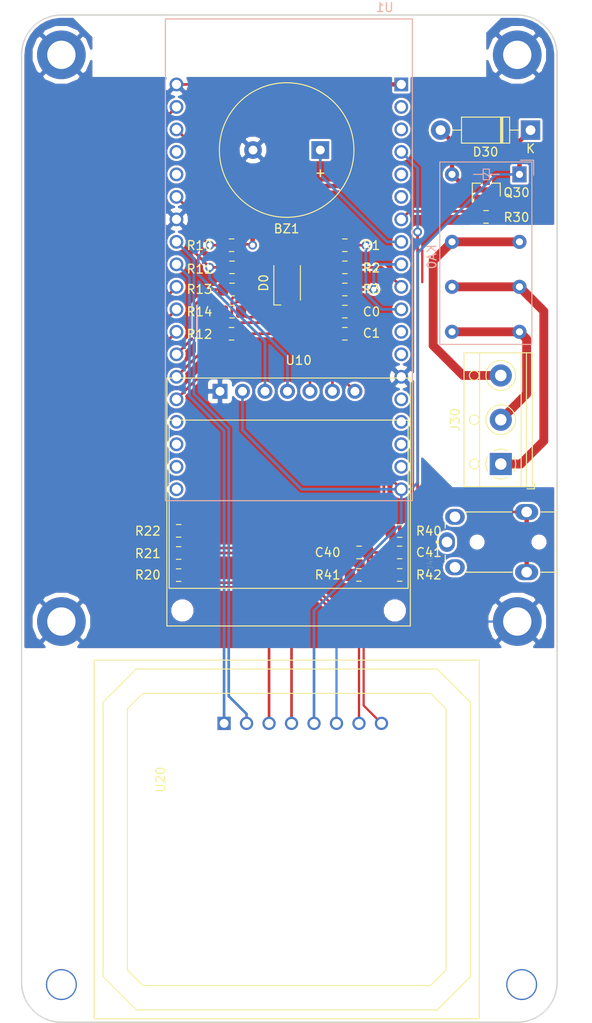
<source format=kicad_pcb>
(kicad_pcb (version 20171130) (host pcbnew 5.0.2-bee76a0~70~ubuntu18.04.1)
  (layers (0 F.Cu signal) (31 B.Cu signal) (34 B.Paste user) (35 F.Paste user) (36 B.SilkS user) (37 F.SilkS user) (38 B.Mask user) (39 F.Mask user) (44 Edge.Cuts user))
  (net 0 "")
  (net 1 /Buzzer)
  (net 2 GND)
  (net 3 +3V3)
  (net 4 +5V)
  (net 5 "Net-(C40-Pad2)")
  (net 6 "Net-(D0-Pad1)")
  (net 7 "Net-(D0-Pad2)")
  (net 8 "Net-(D0-Pad3)")
  (net 9 "Net-(D30-Pad2)")
  (net 10 /KA0_NC)
  (net 11 /KA0_NO)
  (net 12 /KA0_C)
  (net 13 /I_AC)
  (net 14 /RELAY)
  (net 15 /LED_R)
  (net 16 /LED_G)
  (net 17 /LED_B)
  (net 18 /SSD1306_SCL)
  (net 19 /SSD1306_SDA)
  (net 20 "Net-(R12-Pad2)")
  (net 21 /SSD1306_RES)
  (net 22 /SSD1306_DC)
  (net 23 "Net-(R13-Pad2)")
  (net 24 "Net-(R14-Pad2)")
  (net 25 /SSD1306_CS)
  (net 26 /PN532_SS)
  (net 27 "Net-(R20-Pad2)")
  (net 28 "Net-(R21-Pad2)")
  (net 29 /PN532_IRQ)
  (net 30 /PN532_RST0)
  (net 31 "Net-(R22-Pad2)")
  (net 32 /PN532_MOSI)
  (net 33 /PN532_MISO)
  (net 34 /PN532_SCK)
  (module Resistor_SMD:R_0805_2012Metric_Pad1.15x1.40mm_HandSolder (layer F.Cu) (at 92.719 118.237)
    (fp_text reference R42 (at 3.293 0) (layer F.SilkS))
    (fp_text value 10K)
    (pad 2 smd roundrect (at 1.025 0) (size 1.15 1.4) (layers F.Cu F.Paste F.Mask) (roundrect_rratio 0.217391) (net 2 GND))
    (pad 1 smd roundrect (at -1.025 0) (size 1.15 1.4) (layers F.Cu F.Paste F.Mask) (roundrect_rratio 0.217391) (net 5 "Net-(C40-Pad2)"))
  )
  (module Buzzer_Beeper:Buzzer_15x7.5RM7.6 (layer F.Cu) (at 83.75 70.25 180)
    (fp_text reference BZ1 (at 3.81 -8.89 180) (layer F.SilkS))
    (fp_text value Buzzer)
    (fp_text user + (at -0.01 -2.54 180) (layer F.SilkS))
    (pad 1 thru_hole rect (at 0 0 180) (size 2 2) (drill 1) (layers *.Cu *.Mask) (net 1 /Buzzer))
    (pad 2 thru_hole circle (at 7.6 0 180) (size 2 2) (drill 1) (layers *.Cu *.Mask) (net 2 GND))
  )
  (module is:CLIFF_FC68125 (layer F.Cu) (at 101.461 114.525 90)
    (fp_text reference J40 (at -2.270558 -5.312389 90) (layer F.SilkS) (effects (font (size 0.640722 0.640722) (thickness 0.015))))
    (fp_text value FC68125)
    (pad 3.1 thru_hole oval (at -3.4 5.6 90) (size 1.8 2.616) (drill 1.2) (layers *.Cu *.Mask) (net 13 /I_AC))
    (pad "" np_thru_hole circle (at 0 0 90) (size 1.2 1.2) (drill 1.2) (layers *.Cu *.Mask))
    (pad "" np_thru_hole circle (at 0 7 90) (size 1.2 1.2) (drill 1.2) (layers *.Cu *.Mask))
    (pad 3.2 thru_hole oval (at 3.4 5.6 90) (size 1.8 2.616) (drill 1.2) (layers *.Cu *.Mask) (net 13 /I_AC))
    (pad 2 thru_hole oval (at -2.85 -2.5 90) (size 1.8 2.216) (drill 1.2) (layers *.Cu *.Mask))
    (pad 1 thru_hole oval (at 0 -3.4 90) (size 2.216 1.8) (drill 1.2) (layers *.Cu *.Mask) (net 5 "Net-(C40-Pad2)"))
    (pad 6 thru_hole oval (at 2.85 -2.5 90) (size 1.8 2.216) (drill 1.2) (layers *.Cu *.Mask))
  )
  (module Capacitor_SMD:C_0805_2012Metric_Pad1.15x1.40mm_HandSolder (layer F.Cu) (at 86.525 88.5)
    (fp_text reference C0 (at 3.01 0.019) (layer F.SilkS))
    (fp_text value 22uF)
    (pad 1 smd roundrect (at -1.025 0) (size 1.15 1.4) (layers F.Cu F.Paste F.Mask) (roundrect_rratio 0.217391) (net 3 +3V3))
    (pad 2 smd roundrect (at 1.025 0) (size 1.15 1.4) (layers F.Cu F.Paste F.Mask) (roundrect_rratio 0.217391) (net 2 GND))
  )
  (module Capacitor_SMD:C_0805_2012Metric_Pad1.15x1.40mm_HandSolder (layer F.Cu) (at 86.525 91)
    (fp_text reference C1 (at 3.01 -0.068) (layer F.SilkS))
    (fp_text value 22uF)
    (pad 2 smd roundrect (at 1.025 0) (size 1.15 1.4) (layers F.Cu F.Paste F.Mask) (roundrect_rratio 0.217391) (net 2 GND))
    (pad 1 smd roundrect (at -1.025 0) (size 1.15 1.4) (layers F.Cu F.Paste F.Mask) (roundrect_rratio 0.217391) (net 4 +5V))
  )
  (module Capacitor_SMD:C_0805_2012Metric_Pad1.15x1.40mm_HandSolder (layer F.Cu) (at 88.129 115.697)
    (fp_text reference C40 (at -3.547 0) (layer F.SilkS))
    (fp_text value 22uF)
    (pad 1 smd roundrect (at -1.025 0) (size 1.15 1.4) (layers F.Cu F.Paste F.Mask) (roundrect_rratio 0.217391) (net 3 +3V3))
    (pad 2 smd roundrect (at 1.025 0) (size 1.15 1.4) (layers F.Cu F.Paste F.Mask) (roundrect_rratio 0.217391) (net 5 "Net-(C40-Pad2)"))
  )
  (module Capacitor_SMD:C_0805_2012Metric_Pad1.15x1.40mm_HandSolder (layer F.Cu) (at 92.71 115.697)
    (fp_text reference C41 (at 3.302 0) (layer F.SilkS))
    (fp_text value 22uF)
    (pad 2 smd roundrect (at 1.025 0) (size 1.15 1.4) (layers F.Cu F.Paste F.Mask) (roundrect_rratio 0.217391) (net 2 GND))
    (pad 1 smd roundrect (at -1.025 0) (size 1.15 1.4) (layers F.Cu F.Paste F.Mask) (roundrect_rratio 0.217391) (net 5 "Net-(C40-Pad2)"))
  )
  (module LED_SMD:LED_Avago_PLCC4_3.2x2.8mm_CW (layer F.Cu) (at 80 85.25 90)
    (fp_text reference D0 (at 0 -2.65 90) (layer F.SilkS))
    (fp_text value LED_BGRA)
    (pad 1 smd rect (at -1.5 -0.75 90) (size 1.5 1.1) (layers F.Cu F.Paste F.Mask) (net 6 "Net-(D0-Pad1)"))
    (pad 2 smd rect (at 1.5 -0.75 90) (size 1.5 1.1) (layers F.Cu F.Paste F.Mask) (net 7 "Net-(D0-Pad2)"))
    (pad 3 smd rect (at 1.5 0.75 90) (size 1.5 1.1) (layers F.Cu F.Paste F.Mask) (net 8 "Net-(D0-Pad3)"))
    (pad 4 smd rect (at -1.5 0.75 90) (size 1.5 1.1) (layers F.Cu F.Paste F.Mask) (net 3 +3V3))
  )
  (module Diode_THT:D_DO-41_SOD81_P10.16mm_Horizontal (layer F.Cu) (at 107.5 68 180)
    (fp_text reference D30 (at 5.08 -2.47 180) (layer F.SilkS))
    (fp_text value 1N_4007)
    (fp_text user K (at 0 -2.1 180) (layer F.SilkS))
    (pad 1 thru_hole rect (at 0 0 180) (size 2.2 2.2) (drill 1.1) (layers *.Cu *.Mask) (net 4 +5V))
    (pad 2 thru_hole oval (at 10.16 0 180) (size 2.2 2.2) (drill 1.1) (layers *.Cu *.Mask) (net 9 "Net-(D30-Pad2)"))
  )
  (module TerminalBlock_RND:TerminalBlock_RND_205-00013_1x03_P5.00mm_Horizontal (layer F.Cu) (at 104.14 105.711 90)
    (fp_text reference J30 (at 5 -5.16 90) (layer F.SilkS))
    (fp_text value -)
    (pad 1 thru_hole rect (at 0 0 90) (size 2.5 2.5) (drill 1.3) (layers *.Cu *.Mask) (net 10 /KA0_NC))
    (pad 2 thru_hole circle (at 5 0 90) (size 2.5 2.5) (drill 1.3) (layers *.Cu *.Mask) (net 11 /KA0_NO))
    (pad 3 thru_hole circle (at 10 0 90) (size 2.5 2.5) (drill 1.3) (layers *.Cu *.Mask) (net 12 /KA0_C))
  )
  (module Relay_THT:Relay_DPDT_Finder_30.22 (layer B.Cu) (at 106.25 73 270)
    (fp_text reference KA0 (at 9.3 9.9 270) (layer B.SilkS) (effects (justify mirror)))
    (fp_text value FINDER-30.22)
    (pad 21 thru_hole circle (at 7.62 7.62 180) (size 1.6 1.6) (drill 0.8) (layers *.Cu *.Mask) (net 12 /KA0_C))
    (pad 22 thru_hole circle (at 12.7 7.62 180) (size 1.6 1.6) (drill 0.8) (layers *.Cu *.Mask) (net 10 /KA0_NC))
    (pad 24 thru_hole circle (at 17.78 7.62 90) (size 1.6 1.6) (drill 0.8) (layers *.Cu *.Mask) (net 11 /KA0_NO))
    (pad A1 thru_hole rect (at 0 0 180) (size 1.6 1.8) (drill 0.8) (layers *.Cu *.Mask) (net 4 +5V))
    (pad A2 thru_hole circle (at 0 7.62 180) (size 1.6 1.6) (drill 0.8) (layers *.Cu *.Mask) (net 9 "Net-(D30-Pad2)"))
    (pad 11 thru_hole circle (at 7.62 0 180) (size 1.6 1.6) (drill 0.8) (layers *.Cu *.Mask) (net 12 /KA0_C))
    (pad 14 thru_hole circle (at 17.78 0 180) (size 1.6 1.6) (drill 0.8) (layers *.Cu *.Mask) (net 11 /KA0_NO))
    (pad 12 thru_hole circle (at 12.7 0 180) (size 1.6 1.6) (drill 0.8) (layers *.Cu *.Mask) (net 10 /KA0_NC))
  )
  (module Package_TO_SOT_SMD:SOT-23 (layer F.Cu) (at 102.5 74.75 90)
    (fp_text reference Q30 (at -0.307 3.418 180) (layer F.SilkS))
    (fp_text value BSH108)
    (pad 1 smd rect (at -1 -0.95 90) (size 0.9 0.8) (layers F.Cu F.Paste F.Mask) (net 14 /RELAY))
    (pad 2 smd rect (at -1 0.95 90) (size 0.9 0.8) (layers F.Cu F.Paste F.Mask) (net 2 GND))
    (pad 3 smd rect (at 1 0 90) (size 0.9 0.8) (layers F.Cu F.Paste F.Mask) (net 9 "Net-(D30-Pad2)"))
  )
  (module Resistor_SMD:R_0805_2012Metric_Pad1.15x1.40mm_HandSolder (layer F.Cu) (at 86.525 81)
    (fp_text reference R1 (at 3.01 0.026) (layer F.SilkS))
    (fp_text value 330R)
    (pad 1 smd roundrect (at -1.025 0) (size 1.15 1.4) (layers F.Cu F.Paste F.Mask) (roundrect_rratio 0.217391) (net 8 "Net-(D0-Pad3)"))
    (pad 2 smd roundrect (at 1.025 0) (size 1.15 1.4) (layers F.Cu F.Paste F.Mask) (roundrect_rratio 0.217391) (net 15 /LED_R))
  )
  (module Resistor_SMD:R_0805_2012Metric_Pad1.15x1.40mm_HandSolder (layer F.Cu) (at 86.525 83.5)
    (fp_text reference R2 (at 3.01 0.066) (layer F.SilkS))
    (fp_text value 330R)
    (pad 2 smd roundrect (at 1.025 0) (size 1.15 1.4) (layers F.Cu F.Paste F.Mask) (roundrect_rratio 0.217391) (net 16 /LED_G))
    (pad 1 smd roundrect (at -1.025 0) (size 1.15 1.4) (layers F.Cu F.Paste F.Mask) (roundrect_rratio 0.217391) (net 7 "Net-(D0-Pad2)"))
  )
  (module Resistor_SMD:R_0805_2012Metric_Pad1.15x1.40mm_HandSolder (layer F.Cu) (at 86.525 86)
    (fp_text reference R3 (at 3.01 -0.021) (layer F.SilkS))
    (fp_text value 330R)
    (pad 1 smd roundrect (at -1.025 0) (size 1.15 1.4) (layers F.Cu F.Paste F.Mask) (roundrect_rratio 0.217391) (net 6 "Net-(D0-Pad1)"))
    (pad 2 smd roundrect (at 1.025 0) (size 1.15 1.4) (layers F.Cu F.Paste F.Mask) (roundrect_rratio 0.217391) (net 17 /LED_B))
  )
  (module Resistor_SMD:R_0805_2012Metric_Pad1.15x1.40mm_HandSolder (layer F.Cu) (at 73.725 81)
    (fp_text reference R10 (at -3.621 0.026) (layer F.SilkS))
    (fp_text value NM)
    (pad 1 smd roundrect (at -1.025 0) (size 1.15 1.4) (layers F.Cu F.Paste F.Mask) (roundrect_rratio 0.217391) (net 18 /SSD1306_SCL))
    (pad 2 smd roundrect (at 1.025 0) (size 1.15 1.4) (layers F.Cu F.Paste F.Mask) (roundrect_rratio 0.217391) (net 3 +3V3))
  )
  (module Resistor_SMD:R_0805_2012Metric_Pad1.15x1.40mm_HandSolder (layer F.Cu) (at 73.775 83.5)
    (fp_text reference R11 (at -3.671 0.193) (layer F.SilkS))
    (fp_text value NM)
    (pad 2 smd roundrect (at 1.025 0) (size 1.15 1.4) (layers F.Cu F.Paste F.Mask) (roundrect_rratio 0.217391) (net 3 +3V3))
    (pad 1 smd roundrect (at -1.025 0) (size 1.15 1.4) (layers F.Cu F.Paste F.Mask) (roundrect_rratio 0.217391) (net 19 /SSD1306_SDA))
  )
  (module Resistor_SMD:R_0805_2012Metric_Pad1.15x1.40mm_HandSolder (layer F.Cu) (at 73.725 91)
    (fp_text reference R12 (at -3.621 0.059) (layer F.SilkS))
    (fp_text value 1K)
    (pad 2 smd roundrect (at 1.025 0) (size 1.15 1.4) (layers F.Cu F.Paste F.Mask) (roundrect_rratio 0.217391) (net 20 "Net-(R12-Pad2)"))
    (pad 1 smd roundrect (at -1.025 0) (size 1.15 1.4) (layers F.Cu F.Paste F.Mask) (roundrect_rratio 0.217391) (net 21 /SSD1306_RES))
  )
  (module Resistor_SMD:R_0805_2012Metric_Pad1.15x1.40mm_HandSolder (layer F.Cu) (at 73.775 86)
    (fp_text reference R13 (at -3.671 -0.021) (layer F.SilkS))
    (fp_text value 1K)
    (pad 1 smd roundrect (at -1.025 0) (size 1.15 1.4) (layers F.Cu F.Paste F.Mask) (roundrect_rratio 0.217391) (net 22 /SSD1306_DC))
    (pad 2 smd roundrect (at 1.025 0) (size 1.15 1.4) (layers F.Cu F.Paste F.Mask) (roundrect_rratio 0.217391) (net 23 "Net-(R13-Pad2)"))
  )
  (module Resistor_SMD:R_0805_2012Metric_Pad1.15x1.40mm_HandSolder (layer F.Cu) (at 73.775 88.5)
    (fp_text reference R14 (at -3.671 0.019) (layer F.SilkS))
    (fp_text value 1K)
    (pad 2 smd roundrect (at 1.025 0) (size 1.15 1.4) (layers F.Cu F.Paste F.Mask) (roundrect_rratio 0.217391) (net 24 "Net-(R14-Pad2)"))
    (pad 1 smd roundrect (at -1.025 0) (size 1.15 1.4) (layers F.Cu F.Paste F.Mask) (roundrect_rratio 0.217391) (net 25 /SSD1306_CS))
  )
  (module Resistor_SMD:R_0805_2012Metric_Pad1.15x1.40mm_HandSolder (layer F.Cu) (at 67.747017 118.257842)
    (fp_text reference R20 (at -3.485017 -0.020842) (layer F.SilkS))
    (fp_text value 1K)
    (pad 1 smd roundrect (at -1.025 0) (size 1.15 1.4) (layers F.Cu F.Paste F.Mask) (roundrect_rratio 0.217391) (net 26 /PN532_SS))
    (pad 2 smd roundrect (at 1.025 0) (size 1.15 1.4) (layers F.Cu F.Paste F.Mask) (roundrect_rratio 0.217391) (net 27 "Net-(R20-Pad2)"))
  )
  (module Resistor_SMD:R_0805_2012Metric_Pad1.15x1.40mm_HandSolder (layer F.Cu) (at 67.747017 115.757842)
    (fp_text reference R21 (at -3.485017 0.066158) (layer F.SilkS))
    (fp_text value 1K)
    (pad 2 smd roundrect (at 1.025 0) (size 1.15 1.4) (layers F.Cu F.Paste F.Mask) (roundrect_rratio 0.217391) (net 28 "Net-(R21-Pad2)"))
    (pad 1 smd roundrect (at -1.025 0) (size 1.15 1.4) (layers F.Cu F.Paste F.Mask) (roundrect_rratio 0.217391) (net 29 /PN532_IRQ))
  )
  (module Resistor_SMD:R_0805_2012Metric_Pad1.15x1.40mm_HandSolder (layer F.Cu) (at 67.747017 113.257842)
    (fp_text reference R22 (at -3.485017 0.026158) (layer F.SilkS))
    (fp_text value 1K)
    (pad 1 smd roundrect (at -1.025 0) (size 1.15 1.4) (layers F.Cu F.Paste F.Mask) (roundrect_rratio 0.217391) (net 30 /PN532_RST0))
    (pad 2 smd roundrect (at 1.025 0) (size 1.15 1.4) (layers F.Cu F.Paste F.Mask) (roundrect_rratio 0.217391) (net 31 "Net-(R22-Pad2)"))
  )
  (module Resistor_SMD:R_0805_2012Metric_Pad1.15x1.40mm_HandSolder (layer F.Cu) (at 102.475 77.8)
    (fp_text reference R30 (at 3.443 0.051) (layer F.SilkS))
    (fp_text value 47K)
    (pad 1 smd roundrect (at -1.025 0) (size 1.15 1.4) (layers F.Cu F.Paste F.Mask) (roundrect_rratio 0.217391) (net 14 /RELAY))
    (pad 2 smd roundrect (at 1.025 0) (size 1.15 1.4) (layers F.Cu F.Paste F.Mask) (roundrect_rratio 0.217391) (net 2 GND))
  )
  (module Resistor_SMD:R_0805_2012Metric_Pad1.15x1.40mm_HandSolder (layer F.Cu) (at 92.719 113.284 180)
    (fp_text reference R40 (at -3.293 0 180) (layer F.SilkS))
    (fp_text value 33R)
    (pad 2 smd roundrect (at 1.025 0 180) (size 1.15 1.4) (layers F.Cu F.Paste F.Mask) (roundrect_rratio 0.217391) (net 5 "Net-(C40-Pad2)"))
    (pad 1 smd roundrect (at -1.025 0 180) (size 1.15 1.4) (layers F.Cu F.Paste F.Mask) (roundrect_rratio 0.217391) (net 13 /I_AC))
  )
  (module Resistor_SMD:R_0805_2012Metric_Pad1.15x1.40mm_HandSolder (layer F.Cu) (at 88.114 118.237)
    (fp_text reference R41 (at -3.532 0) (layer F.SilkS))
    (fp_text value 10K)
    (pad 1 smd roundrect (at -1.025 0) (size 1.15 1.4) (layers F.Cu F.Paste F.Mask) (roundrect_rratio 0.217391) (net 3 +3V3))
    (pad 2 smd roundrect (at 1.025 0) (size 1.15 1.4) (layers F.Cu F.Paste F.Mask) (roundrect_rratio 0.217391) (net 5 "Net-(C40-Pad2)"))
  )
  (module ESP32-DEVKITC-32D:MODULE_ESP32-DEVKITC-32D (layer B.Cu) (at 80.2 82.6 180)
    (fp_text reference U1 (at -10.829175 28.446045 180) (layer B.SilkS) (effects (font (size 1.000386 1.000386)) (justify mirror)))
    (fp_text value ESP32-DEVKITC-32D)
    (pad 1 thru_hole rect (at -12.7 19.76 180) (size 1.56 1.56) (drill 1.04) (layers *.Cu *.Mask) (net 3 +3V3))
    (pad 2 thru_hole circle (at -12.7 17.22 180) (size 1.56 1.56) (drill 1.04) (layers *.Cu *.Mask))
    (pad 19 thru_hole circle (at -12.7 -25.96 180) (size 1.56 1.56) (drill 1.04) (layers *.Cu *.Mask) (net 4 +5V))
    (pad 3 thru_hole circle (at -12.7 14.68 180) (size 1.56 1.56) (drill 1.04) (layers *.Cu *.Mask))
    (pad 4 thru_hole circle (at -12.7 12.14 180) (size 1.56 1.56) (drill 1.04) (layers *.Cu *.Mask) (net 13 /I_AC))
    (pad 5 thru_hole circle (at -12.7 9.6 180) (size 1.56 1.56) (drill 1.04) (layers *.Cu *.Mask))
    (pad 6 thru_hole circle (at -12.7 7.06 180) (size 1.56 1.56) (drill 1.04) (layers *.Cu *.Mask))
    (pad 7 thru_hole circle (at -12.7 4.52 180) (size 1.56 1.56) (drill 1.04) (layers *.Cu *.Mask) (net 14 /RELAY))
    (pad 8 thru_hole circle (at -12.7 1.98 180) (size 1.56 1.56) (drill 1.04) (layers *.Cu *.Mask) (net 1 /Buzzer))
    (pad 9 thru_hole circle (at -12.7 -0.56 180) (size 1.56 1.56) (drill 1.04) (layers *.Cu *.Mask) (net 17 /LED_B))
    (pad 10 thru_hole circle (at -12.7 -3.1 180) (size 1.56 1.56) (drill 1.04) (layers *.Cu *.Mask) (net 16 /LED_G))
    (pad 11 thru_hole circle (at -12.7 -5.64 180) (size 1.56 1.56) (drill 1.04) (layers *.Cu *.Mask) (net 15 /LED_R))
    (pad 12 thru_hole circle (at -12.7 -8.18 180) (size 1.56 1.56) (drill 1.04) (layers *.Cu *.Mask))
    (pad 13 thru_hole circle (at -12.7 -10.72 180) (size 1.56 1.56) (drill 1.04) (layers *.Cu *.Mask))
    (pad 14 thru_hole circle (at -12.7 -13.26 180) (size 1.56 1.56) (drill 1.04) (layers *.Cu *.Mask) (net 2 GND))
    (pad 15 thru_hole circle (at -12.7 -15.8 180) (size 1.56 1.56) (drill 1.04) (layers *.Cu *.Mask))
    (pad 16 thru_hole circle (at -12.7 -18.34 180) (size 1.56 1.56) (drill 1.04) (layers *.Cu *.Mask))
    (pad 17 thru_hole circle (at -12.7 -20.88 180) (size 1.56 1.56) (drill 1.04) (layers *.Cu *.Mask))
    (pad 18 thru_hole circle (at -12.7 -23.42 180) (size 1.56 1.56) (drill 1.04) (layers *.Cu *.Mask))
    (pad 20 thru_hole circle (at 12.7 19.76 180) (size 1.56 1.56) (drill 1.04) (layers *.Cu *.Mask) (net 2 GND))
    (pad 21 thru_hole circle (at 12.7 17.22 180) (size 1.56 1.56) (drill 1.04) (layers *.Cu *.Mask) (net 32 /PN532_MOSI))
    (pad 22 thru_hole circle (at 12.7 14.68 180) (size 1.56 1.56) (drill 1.04) (layers *.Cu *.Mask) (net 18 /SSD1306_SCL))
    (pad 23 thru_hole circle (at 12.7 12.14 180) (size 1.56 1.56) (drill 1.04) (layers *.Cu *.Mask))
    (pad 24 thru_hole circle (at 12.7 9.6 180) (size 1.56 1.56) (drill 1.04) (layers *.Cu *.Mask))
    (pad 25 thru_hole circle (at 12.7 7.06 180) (size 1.56 1.56) (drill 1.04) (layers *.Cu *.Mask) (net 19 /SSD1306_SDA))
    (pad 26 thru_hole circle (at 12.7 4.52 180) (size 1.56 1.56) (drill 1.04) (layers *.Cu *.Mask) (net 2 GND))
    (pad 27 thru_hole circle (at 12.7 1.98 180) (size 1.56 1.56) (drill 1.04) (layers *.Cu *.Mask) (net 33 /PN532_MISO))
    (pad 28 thru_hole circle (at 12.7 -0.56 180) (size 1.56 1.56) (drill 1.04) (layers *.Cu *.Mask) (net 34 /PN532_SCK))
    (pad 29 thru_hole circle (at 12.7 -3.1 180) (size 1.56 1.56) (drill 1.04) (layers *.Cu *.Mask) (net 26 /PN532_SS))
    (pad 30 thru_hole circle (at 12.7 -5.64 180) (size 1.56 1.56) (drill 1.04) (layers *.Cu *.Mask) (net 29 /PN532_IRQ))
    (pad 31 thru_hole circle (at 12.7 -8.18 180) (size 1.56 1.56) (drill 1.04) (layers *.Cu *.Mask) (net 30 /PN532_RST0))
    (pad 32 thru_hole circle (at 12.7 -10.72 180) (size 1.56 1.56) (drill 1.04) (layers *.Cu *.Mask) (net 22 /SSD1306_DC))
    (pad 33 thru_hole circle (at 12.7 -13.26 180) (size 1.56 1.56) (drill 1.04) (layers *.Cu *.Mask) (net 25 /SSD1306_CS))
    (pad 34 thru_hole circle (at 12.7 -15.8 180) (size 1.56 1.56) (drill 1.04) (layers *.Cu *.Mask) (net 21 /SSD1306_RES))
    (pad 35 thru_hole circle (at 12.7 -18.34 180) (size 1.56 1.56) (drill 1.04) (layers *.Cu *.Mask))
    (pad 36 thru_hole circle (at 12.7 -20.88 180) (size 1.56 1.56) (drill 1.04) (layers *.Cu *.Mask))
    (pad 37 thru_hole circle (at 12.7 -23.42 180) (size 1.56 1.56) (drill 1.04) (layers *.Cu *.Mask))
    (pad 38 thru_hole circle (at 12.7 -25.96 180) (size 1.56 1.56) (drill 1.04) (layers *.Cu *.Mask))
  )
  (module MountingHole:MountingHole_3.2mm_M3_ISO14580_Pad (layer F.Cu) (at 54.5 59.5)
    (fp_text reference H1 hide)
    (fp_text value MountingHole_Pad)
    (pad 1 thru_hole circle (at 0 0) (size 5.5 5.5) (drill 3.2) (layers *.Cu *.Mask) (net 2 GND))
  )
  (module MountingHole:MountingHole_3.2mm_M3_ISO14580_Pad (layer F.Cu) (at 54.5 123.5)
    (fp_text reference H2 hide)
    (fp_text value MountingHole_Pad)
    (pad 1 thru_hole circle (at 0 0) (size 5.5 5.5) (drill 3.2) (layers *.Cu *.Mask) (net 2 GND))
  )
  (module MountingHole:MountingHole_3.2mm_M3_ISO14580_Pad (layer F.Cu) (at 106 59.5)
    (fp_text reference H3 hide)
    (fp_text value MountingHole_Pad)
    (pad 1 thru_hole circle (at 0 0) (size 5.5 5.5) (drill 3.2) (layers *.Cu *.Mask) (net 2 GND))
  )
  (module MountingHole:MountingHole_3.2mm_M3_ISO14580_Pad (layer F.Cu) (at 106 123.5)
    (fp_text reference H4 hide)
    (fp_text value MountingHole_Pad)
    (pad 1 thru_hole circle (at 0 0) (size 5.5 5.5) (drill 3.2) (layers *.Cu *.Mask) (net 2 GND))
  )
  (module is:SSD1306_2H (layer F.Cu) (at 66.42 96)
    (fp_text reference U10 (at 14.89 -2) (layer F.SilkS))
    (fp_text value SSD1306)
    (pad "" np_thru_hole circle (at 1.75 26.25) (size 2 2) (drill 2) (layers *.Cu *.Mask))
    (pad "" np_thru_hole circle (at 25.75 26.25) (size 2 2) (drill 2) (layers *.Cu *.Mask))
    (pad 1 thru_hole rect (at 6 1.5) (size 1.7 1.7) (drill 1) (layers *.Cu *.Mask) (net 2 GND))
    (pad 2 thru_hole circle (at 8.54 1.5) (size 1.7 1.7) (drill 1) (layers *.Cu *.Mask) (net 4 +5V))
    (pad 3 thru_hole circle (at 11.08 1.5) (size 1.7 1.7) (drill 1) (layers *.Cu *.Mask) (net 18 /SSD1306_SCL))
    (pad 4 thru_hole circle (at 13.62 1.5) (size 1.7 1.7) (drill 1) (layers *.Cu *.Mask) (net 19 /SSD1306_SDA))
    (pad 5 thru_hole circle (at 16.16 1.5) (size 1.7 1.7) (drill 1) (layers *.Cu *.Mask) (net 20 "Net-(R12-Pad2)"))
    (pad 6 thru_hole circle (at 18.7 1.5) (size 1.7 1.7) (drill 1) (layers *.Cu *.Mask) (net 23 "Net-(R13-Pad2)"))
    (pad 7 thru_hole circle (at 21.24 1.5) (size 1.7 1.7) (drill 1) (layers *.Cu *.Mask) (net 24 "Net-(R14-Pad2)"))
  )
  (module is:PN532_N3D_3 (layer F.Cu) (at 101.458321 128.108355 270)
    (fp_text reference U20 (at 13.25 35.75 270) (layer F.SilkS))
    (fp_text value PN532)
    (pad 1 thru_hole rect (at 6.891645 28.578321 90) (size 1.5 1.5) (drill 1) (layers *.Cu *.Mask) (net 34 /PN532_SCK))
    (pad 2 thru_hole circle (at 6.891645 26.038321 90) (size 1.5 1.5) (drill 1) (layers *.Cu *.Mask) (net 33 /PN532_MISO))
    (pad 3 thru_hole circle (at 6.891645 23.498321 90) (size 1.5 1.5) (drill 1) (layers *.Cu *.Mask) (net 32 /PN532_MOSI))
    (pad 4 thru_hole circle (at 6.891645 20.958321 90) (size 1.5 1.5) (drill 1) (layers *.Cu *.Mask) (net 27 "Net-(R20-Pad2)"))
    (pad 5 thru_hole circle (at 6.891645 18.418321 90) (size 1.5 1.5) (drill 1) (layers *.Cu *.Mask) (net 4 +5V))
    (pad 6 thru_hole circle (at 6.891645 15.878321 90) (size 1.5 1.5) (drill 1) (layers *.Cu *.Mask) (net 2 GND))
    (pad 7 thru_hole circle (at 6.891645 13.338321 90) (size 1.5 1.5) (drill 1) (layers *.Cu *.Mask) (net 28 "Net-(R21-Pad2)"))
    (pad 8 thru_hole circle (at 6.891645 10.798321 90) (size 1.5 1.5) (drill 1) (layers *.Cu *.Mask) (net 31 "Net-(R22-Pad2)"))
  )
  (gr_arc (start 106 164.25) (end 106 168.75) (angle -90) (layer Edge.Cuts) (width 0.15))
  (gr_arc (start 54.5 164.25) (end 50 164.25) (angle -90) (layer Edge.Cuts) (width 0.15))
  (gr_arc (start 54.5 59.5) (end 54.5 55) (angle -90) (layer Edge.Cuts) (width 0.15))
  (gr_arc (start 106 59.5) (end 110.5 59.5) (angle -90) (layer Edge.Cuts) (width 0.15))
  (gr_line (start 50 59.5) (end 50 164.25) (layer Edge.Cuts) (width 0.15))
  (gr_line (start 54.5 168.75) (end 106 168.75) (layer Edge.Cuts) (width 0.15))
  (gr_line (start 110.5 59.5) (end 110.5 164.25) (layer Edge.Cuts) (width 0.15))
  (gr_line (start 54.5 55) (end 106 55) (layer Edge.Cuts) (width 0.15))
  (via (at 54.5 164.5) (size 3.5) (drill 3.2) (layers F.Cu B.Cu) (net 0))
  (via (at 106.5 164.5) (size 3.5) (drill 3.2) (layers F.Cu B.Cu) (net 0))
  (segment (start 92.9 80.62) (end 91.288 80.62) (width 0.3) (layer B.Cu) (net 1))
  (segment (start 83.75 73.082) (end 83.75 70.25) (width 0.3) (layer B.Cu) (net 1))
  (segment (start 91.288 80.62) (end 83.75 73.082) (width 0.3) (layer B.Cu) (net 1))
  (segment (start 87.55 88.5) (end 87.55 91) (width 0.3) (layer F.Cu) (net 2))
  (segment (start 103.45 77.75) (end 103.5 77.8) (width 0.3) (layer F.Cu) (net 2))
  (segment (start 103.45 75.75) (end 103.45 77.75) (width 0.3) (layer F.Cu) (net 2))
  (segment (start 67.5 62.84) (end 88.367 62.84) (width 0.3) (layer F.Cu) (net 2))
  (segment (start 85.58 135) (end 85.58 126.002) (width 0.25) (layer B.Cu) (net 2))
  (segment (start 85.58 126.002) (end 86.741 124.841) (width 0.25) (layer B.Cu) (net 2))
  (segment (start 102.110913 123.5) (end 106 123.5) (width 0.25) (layer B.Cu) (net 2))
  (segment (start 100.769913 124.841) (end 102.110913 123.5) (width 0.25) (layer B.Cu) (net 2))
  (segment (start 86.741 124.841) (end 100.769913 124.841) (width 0.25) (layer B.Cu) (net 2))
  (segment (start 74.75 81) (end 74.75 83.45) (width 0.3) (layer F.Cu) (net 3))
  (segment (start 92.74 63) (end 92.9 62.84) (width 0.3) (layer F.Cu) (net 3))
  (segment (start 86.42501 87.57499) (end 86.42501 85.17501) (width 0.3) (layer F.Cu) (net 3))
  (segment (start 85.5 88.5) (end 86.42501 87.57499) (width 0.3) (layer F.Cu) (net 3))
  (via (at 76.1 81) (size 1) (drill 0.6) (layers F.Cu B.Cu) (net 3))
  (segment (start 74.85 80.9) (end 74.75 81) (width 0.3) (layer F.Cu) (net 3))
  (segment (start 76.3 80.9) (end 74.85 80.9) (width 0.3) (layer F.Cu) (net 3))
  (segment (start 86.42501 85.17501) (end 85.95 84.7) (width 0.3) (layer F.Cu) (net 3))
  (segment (start 83.65 84.7) (end 81.6 86.75) (width 0.3) (layer F.Cu) (net 3))
  (segment (start 81.6 86.75) (end 80.75 86.75) (width 0.3) (layer F.Cu) (net 3))
  (segment (start 85.95 84.7) (end 83.65 84.7) (width 0.3) (layer F.Cu) (net 3))
  (segment (start 80.550011 85.500011) (end 76.800011 85.500011) (width 0.3) (layer F.Cu) (net 3))
  (segment (start 76.800011 85.500011) (end 75.423372 84.123372) (width 0.3) (layer F.Cu) (net 3))
  (segment (start 80.75 85.7) (end 80.550011 85.500011) (width 0.3) (layer F.Cu) (net 3))
  (segment (start 75.423372 84.123372) (end 74.8 83.5) (width 0.3) (layer F.Cu) (net 3))
  (segment (start 80.75 86.75) (end 80.75 85.7) (width 0.3) (layer F.Cu) (net 3))
  (segment (start 87.122 117.951) (end 87.089 117.918) (width 0.3) (layer F.Cu) (net 3))
  (segment (start 87.104 118.222) (end 87.089 118.237) (width 0.3) (layer F.Cu) (net 3))
  (segment (start 87.104 115.697) (end 87.104 118.222) (width 0.3) (layer F.Cu) (net 3))
  (segment (start 85.5 88.5) (end 84.201 89.799) (width 0.3) (layer F.Cu) (net 3))
  (segment (start 84.201 91.324546) (end 90.932 98.055546) (width 0.3) (layer F.Cu) (net 3))
  (segment (start 84.201 89.799) (end 84.201 91.324546) (width 0.3) (layer F.Cu) (net 3))
  (segment (start 90.932 111.869) (end 87.104 115.697) (width 0.3) (layer F.Cu) (net 3))
  (segment (start 90.932 98.055546) (end 90.932 111.869) (width 0.3) (layer F.Cu) (net 3))
  (segment (start 76.1 77.443) (end 79.233001 74.309999) (width 0.5) (layer F.Cu) (net 3))
  (segment (start 79.233001 74.309999) (end 88.138 74.309999) (width 0.5) (layer F.Cu) (net 3))
  (segment (start 76.1 81) (end 76.1 77.443) (width 0.5) (layer F.Cu) (net 3))
  (segment (start 88.138 74.309999) (end 91.059 71.388999) (width 0.5) (layer F.Cu) (net 3))
  (segment (start 91.059 63.401) (end 91.62 62.84) (width 0.5) (layer F.Cu) (net 3))
  (segment (start 91.62 62.84) (end 92.9 62.84) (width 0.5) (layer F.Cu) (net 3))
  (segment (start 91.059 71.388999) (end 91.059 63.401) (width 0.5) (layer F.Cu) (net 3))
  (segment (start 92.84 108.5) (end 92.9 108.56) (width 0.3) (layer F.Cu) (net 4))
  (segment (start 106.25 69.25) (end 107.5 68) (width 0.5) (layer F.Cu) (net 4))
  (segment (start 106.25 73) (end 106.25 69.25) (width 0.5) (layer F.Cu) (net 4))
  (segment (start 94.75 105.791) (end 94.75 107.815) (width 0.3) (layer B.Cu) (net 4))
  (segment (start 94.75 105.791) (end 94.75 106.71) (width 0.3) (layer B.Cu) (net 4))
  (segment (start 94.005 108.56) (end 92.9 108.56) (width 0.3) (layer B.Cu) (net 4))
  (segment (start 94.75 107.815) (end 94.005 108.56) (width 0.3) (layer B.Cu) (net 4))
  (segment (start 91.5 97.8) (end 91.5 107.16) (width 0.3) (layer F.Cu) (net 4))
  (segment (start 85.5 91.8) (end 91.5 97.8) (width 0.3) (layer F.Cu) (net 4))
  (segment (start 91.5 107.16) (end 92.9 108.56) (width 0.3) (layer F.Cu) (net 4))
  (segment (start 85.5 91) (end 85.5 91.8) (width 0.3) (layer F.Cu) (net 4))
  (segment (start 94.75 105.6) (end 94.75 105.791) (width 0.3) (layer B.Cu) (net 4))
  (segment (start 106.25 73) (end 103.602002 73) (width 0.3) (layer B.Cu) (net 4))
  (segment (start 103.602002 73) (end 94.75 81.852002) (width 0.3) (layer B.Cu) (net 4))
  (segment (start 94.75 81.852002) (end 94.75 105.6) (width 0.3) (layer B.Cu) (net 4))
  (segment (start 74.96 101.884) (end 81.636 108.56) (width 0.3) (layer B.Cu) (net 4))
  (segment (start 74.96 97.5) (end 74.96 101.884) (width 0.3) (layer B.Cu) (net 4))
  (segment (start 81.636 108.56) (end 92.9 108.56) (width 0.3) (layer B.Cu) (net 4))
  (segment (start 83.04 122.255) (end 92.9 112.395) (width 0.3) (layer B.Cu) (net 4))
  (segment (start 83.04 135) (end 83.04 122.255) (width 0.3) (layer B.Cu) (net 4))
  (segment (start 92.9 112.395) (end 92.9 108.56) (width 0.3) (layer B.Cu) (net 4))
  (segment (start 91.694 115.706) (end 91.685 115.697) (width 0.5) (layer F.Cu) (net 5))
  (segment (start 89.139 115.712) (end 89.154 115.697) (width 0.5) (layer F.Cu) (net 5))
  (segment (start 89.154 118.222) (end 89.139 118.237) (width 0.3) (layer F.Cu) (net 5))
  (segment (start 89.154 115.697) (end 89.154 118.222) (width 0.3) (layer F.Cu) (net 5))
  (segment (start 89.154 115.697) (end 91.685 115.697) (width 0.3) (layer F.Cu) (net 5))
  (segment (start 91.694 115.688) (end 91.685 115.697) (width 0.3) (layer F.Cu) (net 5))
  (segment (start 91.694 113.284) (end 91.694 115.688) (width 0.3) (layer F.Cu) (net 5))
  (segment (start 91.685 118.228) (end 91.694 118.237) (width 0.3) (layer F.Cu) (net 5))
  (segment (start 91.685 115.697) (end 91.685 118.228) (width 0.3) (layer F.Cu) (net 5))
  (segment (start 96.803 114.525) (end 96.861 114.525) (width 0.3) (layer F.Cu) (net 5))
  (segment (start 91.694 118.237) (end 91.694 119.037) (width 0.3) (layer F.Cu) (net 5))
  (segment (start 91.694 119.037) (end 92.545 119.888) (width 0.3) (layer F.Cu) (net 5))
  (segment (start 94.869 119.888) (end 96.012 118.745) (width 0.3) (layer F.Cu) (net 5))
  (segment (start 96.012 118.745) (end 96.012 115.316) (width 0.3) (layer F.Cu) (net 5))
  (segment (start 96.861 114.525) (end 98.061 114.525) (width 0.3) (layer F.Cu) (net 5))
  (segment (start 92.545 119.888) (end 94.869 119.888) (width 0.3) (layer F.Cu) (net 5))
  (segment (start 96.012 115.316) (end 96.803 114.525) (width 0.3) (layer F.Cu) (net 5))
  (segment (start 79.25 86.75) (end 79.25 87.8) (width 0.3) (layer F.Cu) (net 6))
  (segment (start 79.25 87.8) (end 79.549989 88.099989) (width 0.3) (layer F.Cu) (net 6))
  (segment (start 83.379989 86) (end 81.28 88.099989) (width 0.3) (layer F.Cu) (net 6))
  (segment (start 85.5 86) (end 83.379989 86) (width 0.3) (layer F.Cu) (net 6))
  (segment (start 79.549989 88.099989) (end 81.28 88.099989) (width 0.3) (layer F.Cu) (net 6))
  (segment (start 79.25 84.8) (end 79.45 85) (width 0.3) (layer F.Cu) (net 7))
  (segment (start 79.25 83.75) (end 79.25 84.8) (width 0.3) (layer F.Cu) (net 7))
  (segment (start 79.45 85) (end 82.4 85) (width 0.3) (layer F.Cu) (net 7))
  (segment (start 83.9 83.5) (end 85.5 83.5) (width 0.3) (layer F.Cu) (net 7))
  (segment (start 82.4 85) (end 83.9 83.5) (width 0.3) (layer F.Cu) (net 7))
  (segment (start 82.75 83.75) (end 85.5 81) (width 0.3) (layer F.Cu) (net 8))
  (segment (start 80.75 83.75) (end 82.75 83.75) (width 0.3) (layer F.Cu) (net 8))
  (segment (start 98.63 69.29) (end 97.34 68) (width 0.5) (layer F.Cu) (net 9))
  (segment (start 98.63 73) (end 98.63 69.29) (width 0.5) (layer F.Cu) (net 9))
  (segment (start 99.38 73.75) (end 98.63 73) (width 0.5) (layer F.Cu) (net 9))
  (segment (start 102.5 73.75) (end 99.38 73.75) (width 0.5) (layer F.Cu) (net 9))
  (segment (start 98.63 85.7) (end 106.25 85.7) (width 1) (layer F.Cu) (net 10))
  (segment (start 108.5 87.95) (end 106.25 85.7) (width 1) (layer F.Cu) (net 10))
  (segment (start 109 88.45) (end 107.049999 86.499999) (width 1) (layer F.Cu) (net 10))
  (segment (start 107.049999 86.499999) (end 106.25 85.7) (width 1) (layer F.Cu) (net 10))
  (segment (start 109 103.101) (end 109 99.695) (width 1) (layer F.Cu) (net 10))
  (segment (start 104.14 105.711) (end 106.39 105.711) (width 1) (layer F.Cu) (net 10))
  (segment (start 106.39 105.711) (end 109 103.101) (width 1) (layer F.Cu) (net 10))
  (segment (start 109 99.695) (end 109 88.45) (width 1) (layer F.Cu) (net 10))
  (segment (start 98.63 90.78) (end 106.25 90.78) (width 1) (layer F.Cu) (net 11))
  (segment (start 106.75 91.28) (end 106.25 90.78) (width 1) (layer F.Cu) (net 11))
  (segment (start 106.25 90.78) (end 107.061 91.591) (width 1) (layer F.Cu) (net 11))
  (segment (start 107.061 97.79) (end 104.14 100.711) (width 1) (layer F.Cu) (net 11))
  (segment (start 107.061 91.591) (end 107.061 97.79) (width 1) (layer F.Cu) (net 11))
  (segment (start 98.63 80.62) (end 106.25 80.62) (width 1) (layer F.Cu) (net 12))
  (segment (start 98.63 80.62) (end 96.5 82.75) (width 1) (layer F.Cu) (net 12))
  (segment (start 96.5 82.75) (end 96.5 92.329) (width 1) (layer F.Cu) (net 12))
  (segment (start 99.882 95.711) (end 104.14 95.711) (width 1) (layer F.Cu) (net 12))
  (segment (start 96.5 92.329) (end 99.882 95.711) (width 1) (layer F.Cu) (net 12))
  (segment (start 107.061 111.125) (end 107.061 117.925) (width 0.5) (layer F.Cu) (net 13))
  (segment (start 93.744 113.284) (end 97.046 109.982) (width 0.3) (layer F.Cu) (net 13))
  (segment (start 105.453 111.125) (end 107.061 111.125) (width 0.3) (layer F.Cu) (net 13))
  (segment (start 104.31 109.982) (end 105.453 111.125) (width 0.3) (layer F.Cu) (net 13))
  (segment (start 97.046 109.982) (end 104.31 109.982) (width 0.3) (layer F.Cu) (net 13))
  (segment (start 93.744 113.284) (end 93.744 110.599) (width 0.3) (layer F.Cu) (net 13))
  (segment (start 93.744 110.599) (end 94.742 109.601) (width 0.3) (layer F.Cu) (net 13))
  (via (at 94.742 79.502) (size 1) (drill 0.6) (layers F.Cu B.Cu) (net 13))
  (segment (start 94.742 109.601) (end 94.742 80.01) (width 0.3) (layer F.Cu) (net 13))
  (segment (start 94.742 72.302) (end 92.9 70.46) (width 0.3) (layer B.Cu) (net 13))
  (segment (start 94.742 79.502) (end 94.742 72.302) (width 0.3) (layer B.Cu) (net 13))
  (segment (start 94.742 79.502) (end 94.742 109.601) (width 0.3) (layer F.Cu) (net 13))
  (segment (start 101.34 75.54) (end 101.55 75.75) (width 0.3) (layer F.Cu) (net 14))
  (segment (start 101.55 77.7) (end 101.45 77.8) (width 0.3) (layer F.Cu) (net 14))
  (segment (start 101.55 75.75) (end 101.55 77.7) (width 0.3) (layer F.Cu) (net 14))
  (segment (start 93.679999 77.300001) (end 92.9 78.08) (width 0.3) (layer F.Cu) (net 14))
  (segment (start 100.826628 77.176628) (end 93.803372 77.176628) (width 0.3) (layer F.Cu) (net 14))
  (segment (start 93.803372 77.176628) (end 93.679999 77.300001) (width 0.3) (layer F.Cu) (net 14))
  (segment (start 101.45 77.8) (end 100.826628 77.176628) (width 0.3) (layer F.Cu) (net 14))
  (via (at 88.9 81.026) (size 1) (drill 0.6) (layers F.Cu B.Cu) (net 15))
  (segment (start 88.874 81) (end 88.9 81.026) (width 0.3) (layer F.Cu) (net 15))
  (segment (start 87.55 81) (end 88.874 81) (width 0.3) (layer F.Cu) (net 15))
  (segment (start 88.9 81.026) (end 88.9 86.487) (width 0.3) (layer B.Cu) (net 15))
  (segment (start 90.653 88.24) (end 92.9 88.24) (width 0.3) (layer B.Cu) (net 15))
  (segment (start 88.9 86.487) (end 90.653 88.24) (width 0.3) (layer B.Cu) (net 15))
  (segment (start 90.7 83.5) (end 92.9 85.7) (width 0.3) (layer F.Cu) (net 16))
  (segment (start 87.55 83.5) (end 90.7 83.5) (width 0.3) (layer F.Cu) (net 16))
  (via (at 89.789 85.979) (size 1) (drill 0.6) (layers F.Cu B.Cu) (net 17))
  (segment (start 92.9 83.249) (end 92.9 83.16) (width 0.3) (layer B.Cu) (net 17))
  (segment (start 89.768 86) (end 89.789 85.979) (width 0.3) (layer F.Cu) (net 17))
  (segment (start 87.55 86) (end 89.768 86) (width 0.3) (layer F.Cu) (net 17))
  (segment (start 92.9 83.16) (end 90.195 83.16) (width 0.3) (layer B.Cu) (net 17))
  (segment (start 89.789 83.566) (end 89.789 85.979) (width 0.3) (layer B.Cu) (net 17))
  (segment (start 90.195 83.16) (end 89.789 83.566) (width 0.3) (layer B.Cu) (net 17))
  (via (at 71.25 81) (size 1) (drill 0.6) (layers F.Cu B.Cu) (net 18))
  (segment (start 70.25 78) (end 70.25 80) (width 0.3) (layer F.Cu) (net 18))
  (segment (start 70.25 80) (end 71.25 81) (width 0.3) (layer F.Cu) (net 18))
  (segment (start 70.25 78) (end 70.25 78.55) (width 0.3) (layer F.Cu) (net 18))
  (segment (start 71.25 81) (end 72.7 81) (width 0.3) (layer F.Cu) (net 18))
  (segment (start 67.5 67.92) (end 68.9 69.32) (width 0.3) (layer F.Cu) (net 18))
  (segment (start 68.9 76.15) (end 70.25 77.5) (width 0.3) (layer F.Cu) (net 18))
  (segment (start 68.9 69.32) (end 68.9 76.15) (width 0.3) (layer F.Cu) (net 18))
  (segment (start 70.25 77.5) (end 70.25 78) (width 0.3) (layer F.Cu) (net 18))
  (segment (start 70.350001 81.899999) (end 71.25 81) (width 0.3) (layer B.Cu) (net 18))
  (segment (start 69.969011 84.320011) (end 69.969011 82.280989) (width 0.3) (layer B.Cu) (net 18))
  (segment (start 69.969011 82.280989) (end 70.350001 81.899999) (width 0.3) (layer B.Cu) (net 18))
  (segment (start 77.5 91.851) (end 69.969011 84.320011) (width 0.3) (layer B.Cu) (net 18))
  (segment (start 77.5 97.5) (end 77.5 91.851) (width 0.3) (layer B.Cu) (net 18))
  (segment (start 67.5 75.54) (end 69.75 77.79) (width 0.3) (layer F.Cu) (net 19))
  (segment (start 69.75 77.79) (end 69.749999 81.600001) (width 0.3) (layer F.Cu) (net 19))
  (via (at 71.25 83.5) (size 1) (drill 0.6) (layers F.Cu B.Cu) (net 19))
  (segment (start 69.749999 81.600001) (end 69.749999 81.999999) (width 0.3) (layer F.Cu) (net 19))
  (segment (start 69.749999 81.999999) (end 71.25 83.5) (width 0.3) (layer F.Cu) (net 19))
  (segment (start 71.25 83.5) (end 72.75 83.5) (width 0.3) (layer F.Cu) (net 19))
  (segment (start 80.04 96.297919) (end 80.04 97.5) (width 0.3) (layer B.Cu) (net 19))
  (segment (start 80.04 93.562792) (end 80.04 96.297919) (width 0.3) (layer B.Cu) (net 19))
  (segment (start 71.25 84.772792) (end 80.04 93.562792) (width 0.3) (layer B.Cu) (net 19))
  (segment (start 71.25 83.5) (end 71.25 84.772792) (width 0.3) (layer B.Cu) (net 19))
  (segment (start 82.58 97.5) (end 82.58 94.01) (width 0.3) (layer F.Cu) (net 20))
  (segment (start 79.57 91) (end 74.75 91) (width 0.3) (layer F.Cu) (net 20))
  (segment (start 82.58 94.01) (end 79.57 91) (width 0.3) (layer F.Cu) (net 20))
  (segment (start 70.600011 95.299989) (end 67.5 98.4) (width 0.3) (layer F.Cu) (net 21))
  (segment (start 71.2 91) (end 70.600011 91.599989) (width 0.3) (layer F.Cu) (net 21))
  (segment (start 70.600011 91.599989) (end 70.600011 95.299989) (width 0.3) (layer F.Cu) (net 21))
  (segment (start 72.7 91) (end 71.2 91) (width 0.3) (layer F.Cu) (net 21))
  (segment (start 69.599989 87.700011) (end 69.599989 91.220011) (width 0.3) (layer F.Cu) (net 22))
  (segment (start 69.599989 91.220011) (end 67.5 93.32) (width 0.3) (layer F.Cu) (net 22))
  (segment (start 71.3 86) (end 69.599989 87.700011) (width 0.3) (layer F.Cu) (net 22))
  (segment (start 72.75 86) (end 71.3 86) (width 0.3) (layer F.Cu) (net 22))
  (segment (start 85 97.38) (end 85.12 97.5) (width 0.3) (layer B.Cu) (net 23))
  (segment (start 73.75 87.05) (end 74.8 86) (width 0.3) (layer F.Cu) (net 23))
  (segment (start 73.75 89.073546) (end 73.75 87.05) (width 0.3) (layer F.Cu) (net 23))
  (segment (start 74.426454 89.75) (end 73.75 89.073546) (width 0.3) (layer F.Cu) (net 23))
  (segment (start 79.082 89.75) (end 74.426454 89.75) (width 0.3) (layer F.Cu) (net 23))
  (segment (start 85.12 95.788) (end 79.082 89.75) (width 0.3) (layer F.Cu) (net 23))
  (segment (start 85.12 97.5) (end 85.12 95.788) (width 0.3) (layer F.Cu) (net 23))
  (segment (start 86.810001 96.650001) (end 87.66 97.5) (width 0.3) (layer F.Cu) (net 24))
  (segment (start 79.283372 89.123372) (end 86.810001 96.650001) (width 0.3) (layer F.Cu) (net 24))
  (segment (start 75.423372 89.123372) (end 79.283372 89.123372) (width 0.3) (layer F.Cu) (net 24))
  (segment (start 74.8 88.5) (end 75.423372 89.123372) (width 0.3) (layer F.Cu) (net 24))
  (segment (start 67.5 95.86) (end 68.630001 94.729999) (width 0.3) (layer F.Cu) (net 25))
  (segment (start 72.075 88.5) (end 72.75 88.5) (width 0.3) (layer F.Cu) (net 25))
  (segment (start 71.1 88.5) (end 72.075 88.5) (width 0.3) (layer F.Cu) (net 25))
  (segment (start 70.1 89.5) (end 71.1 88.5) (width 0.3) (layer F.Cu) (net 25))
  (segment (start 70.1 93.26) (end 70.1 89.5) (width 0.3) (layer F.Cu) (net 25))
  (segment (start 67.5 95.86) (end 70.1 93.26) (width 0.3) (layer F.Cu) (net 25))
  (segment (start 66.720001 86.479999) (end 67.5 85.7) (width 0.3) (layer F.Cu) (net 26))
  (segment (start 65.369979 87.830021) (end 66.720001 86.479999) (width 0.3) (layer F.Cu) (net 26))
  (segment (start 67.5 85.7) (end 64.4 88.8) (width 0.3) (layer F.Cu) (net 26))
  (segment (start 64.4 115.935825) (end 66.722017 118.257842) (width 0.3) (layer F.Cu) (net 26))
  (segment (start 64.4 88.8) (end 64.4 115.935825) (width 0.3) (layer F.Cu) (net 26))
  (segment (start 69.395389 118.881214) (end 68.772017 118.257842) (width 0.3) (layer F.Cu) (net 27))
  (segment (start 69.632186 119.118011) (end 69.395389 118.881214) (width 0.3) (layer F.Cu) (net 27))
  (segment (start 80.5 125.323011) (end 74.295 119.118011) (width 0.3) (layer F.Cu) (net 27))
  (segment (start 80.5 135) (end 80.5 125.323011) (width 0.3) (layer F.Cu) (net 27))
  (segment (start 74.295 119.118011) (end 69.632186 119.118011) (width 0.3) (layer F.Cu) (net 27))
  (segment (start 75.157842 115.757842) (end 68.772017 115.757842) (width 0.3) (layer F.Cu) (net 28))
  (segment (start 69.447017 115.757842) (end 68.772017 115.757842) (width 0.3) (layer F.Cu) (net 28))
  (segment (start 78.546842 115.757842) (end 69.447017 115.757842) (width 0.3) (layer F.Cu) (net 28))
  (segment (start 88.12 135) (end 88.12 125.585) (width 0.25) (layer F.Cu) (net 28))
  (segment (start 88.12 125.331) (end 86.868 124.079) (width 0.25) (layer F.Cu) (net 28))
  (segment (start 88.12 135) (end 88.12 125.331) (width 0.25) (layer F.Cu) (net 28))
  (segment (start 86.868 124.079) (end 78.546842 115.757842) (width 0.3) (layer F.Cu) (net 28))
  (segment (start 66.720001 89.019999) (end 67.5 88.24) (width 0.3) (layer F.Cu) (net 29))
  (segment (start 65.86999 89.87001) (end 66.720001 89.019999) (width 0.3) (layer F.Cu) (net 29))
  (segment (start 65 114.035825) (end 66.098645 115.13447) (width 0.3) (layer F.Cu) (net 29))
  (segment (start 66.098645 115.13447) (end 66.722017 115.757842) (width 0.3) (layer F.Cu) (net 29))
  (segment (start 65 90.74) (end 65 114.035825) (width 0.3) (layer F.Cu) (net 29))
  (segment (start 67.5 88.24) (end 65 90.74) (width 0.3) (layer F.Cu) (net 29))
  (segment (start 67.5 90.78) (end 66.37 91.91) (width 0.3) (layer F.Cu) (net 30))
  (segment (start 67.5 90.78) (end 65.6 92.68) (width 0.3) (layer F.Cu) (net 30))
  (segment (start 65.6 112.135825) (end 66.722017 113.257842) (width 0.3) (layer F.Cu) (net 30))
  (segment (start 65.6 92.68) (end 65.6 112.135825) (width 0.3) (layer F.Cu) (net 30))
  (segment (start 68.772017 113.257842) (end 70.714175 115.2) (width 0.3) (layer F.Cu) (net 31))
  (segment (start 70.714175 115.2) (end 78.105 115.2) (width 0.3) (layer F.Cu) (net 31))
  (segment (start 78.105 115.2) (end 78.7 115.2) (width 0.3) (layer F.Cu) (net 31))
  (segment (start 90.66 135) (end 88.646 132.986) (width 0.25) (layer F.Cu) (net 31))
  (segment (start 88.646 125.146) (end 88.138 124.638) (width 0.25) (layer F.Cu) (net 31))
  (segment (start 88.646 132.986) (end 88.646 125.146) (width 0.25) (layer F.Cu) (net 31))
  (segment (start 88.138 124.638) (end 78.7 115.2) (width 0.3) (layer F.Cu) (net 31))
  (segment (start 63.869946 69.010054) (end 66.720001 66.159999) (width 0.3) (layer F.Cu) (net 32))
  (segment (start 66.720001 66.159999) (end 67.5 65.38) (width 0.3) (layer F.Cu) (net 32))
  (segment (start 64.25401 68.62599) (end 66.720001 66.159999) (width 0.3) (layer F.Cu) (net 32))
  (segment (start 63.881 68.999) (end 64.25401 68.62599) (width 0.3) (layer F.Cu) (net 32))
  (segment (start 67.5 65.38) (end 63.881 68.999) (width 0.3) (layer F.Cu) (net 32))
  (segment (start 63.881 117.729) (end 65.786 119.634) (width 0.3) (layer F.Cu) (net 32))
  (segment (start 63.881 68.999) (end 63.881 117.729) (width 0.3) (layer F.Cu) (net 32))
  (segment (start 65.786 119.634) (end 66.421 119.634) (width 0.3) (layer F.Cu) (net 32))
  (segment (start 66.421 119.634) (end 70.277122 119.634) (width 0.3) (layer F.Cu) (net 32))
  (segment (start 77.96 123.553) (end 74.041 119.634) (width 0.3) (layer F.Cu) (net 32))
  (segment (start 77.96 135) (end 77.96 123.553) (width 0.3) (layer F.Cu) (net 32))
  (segment (start 74.041 119.634) (end 66.421 119.634) (width 0.3) (layer F.Cu) (net 32))
  (segment (start 67.5 80.62) (end 69.469 82.589) (width 0.3) (layer B.Cu) (net 33))
  (segment (start 69.469 82.589) (end 69.469 97.79) (width 0.3) (layer B.Cu) (net 33))
  (segment (start 75.42 133.93934) (end 73.406 131.92534) (width 0.3) (layer B.Cu) (net 33))
  (segment (start 75.42 135) (end 75.42 133.93934) (width 0.3) (layer B.Cu) (net 33))
  (segment (start 73.406 101.727) (end 73.152 101.473) (width 0.3) (layer B.Cu) (net 33))
  (segment (start 73.406 131.92534) (end 73.406 101.727) (width 0.3) (layer B.Cu) (net 33))
  (segment (start 73.152 101.473) (end 69.469 97.79) (width 0.3) (layer B.Cu) (net 33))
  (segment (start 68.961 84.621) (end 68.279999 83.939999) (width 0.3) (layer B.Cu) (net 34))
  (segment (start 68.279999 83.939999) (end 67.5 83.16) (width 0.3) (layer B.Cu) (net 34))
  (segment (start 68.961 98.044) (end 68.961 84.621) (width 0.3) (layer B.Cu) (net 34))
  (segment (start 72.88 135) (end 72.88 133.95) (width 0.3) (layer B.Cu) (net 34))
  (segment (start 72.88 101.963) (end 70.866 99.949) (width 0.3) (layer B.Cu) (net 34))
  (segment (start 72.88 135) (end 72.88 101.963) (width 0.3) (layer B.Cu) (net 34))
  (segment (start 71.247 100.33) (end 70.866 99.949) (width 0.3) (layer B.Cu) (net 34))
  (segment (start 70.866 99.949) (end 68.961 98.044) (width 0.3) (layer B.Cu) (net 34))
  (zone (net 2) (net_name GND) (layer F.Cu) (connect_pads (clearance 0.25)) (min_thickness 0.254) (fill yes (arc_segments 16) (thermal_gap 0.508) (thermal_bridge_width 0.508))
    (polygon (pts (xy 49 54) (xy 54.5 54) (xy 58 57.5) (xy 58 62) (xy 81.5 62) (xy 102.5 62) (xy 102.5 57) (xy 106 53.5) (xy 111.5 53.5) (xy 111.5 71) (xy 111.5 126.5) (xy 49 126.5)))
  )
  (zone (net 2) (net_name GND) (layer B.Cu) (connect_pads (clearance 0.25)) (min_thickness 0.254) (fill yes (arc_segments 16) (thermal_gap 0.508) (thermal_bridge_width 0.508))
    (polygon (pts (xy 49 53.5) (xy 54.5 53.5) (xy 54.5 54) (xy 58 57.5) (xy 58 62) (xy 102.5 62) (xy 102.5 57) (xy 106 53.5) (xy 111.5 53.5) (xy 111.5 126.5) (xy 49 126.5)))
  )
  (zone (net 0) (net_name "") (layers F&B.Cu) (connect_pads (clearance 0.508)) (min_thickness 0.254)
    (keepout (tracks allowed) (vias allowed) (copperpour not_allowed))
    (fill (arc_segments 16) (thermal_gap 0.508) (thermal_bridge_width 0.508))
    (polygon (pts (xy 112.1 78.7) (xy 97.85 78.7) (xy 97.75 78.7) (xy 95.4 81) (xy 95.377 105.029) (xy 98.679 108.331) (xy 110.9 108.331) (xy 112.1 108.331) (xy 112.1 81.1)))
  )
)
</source>
